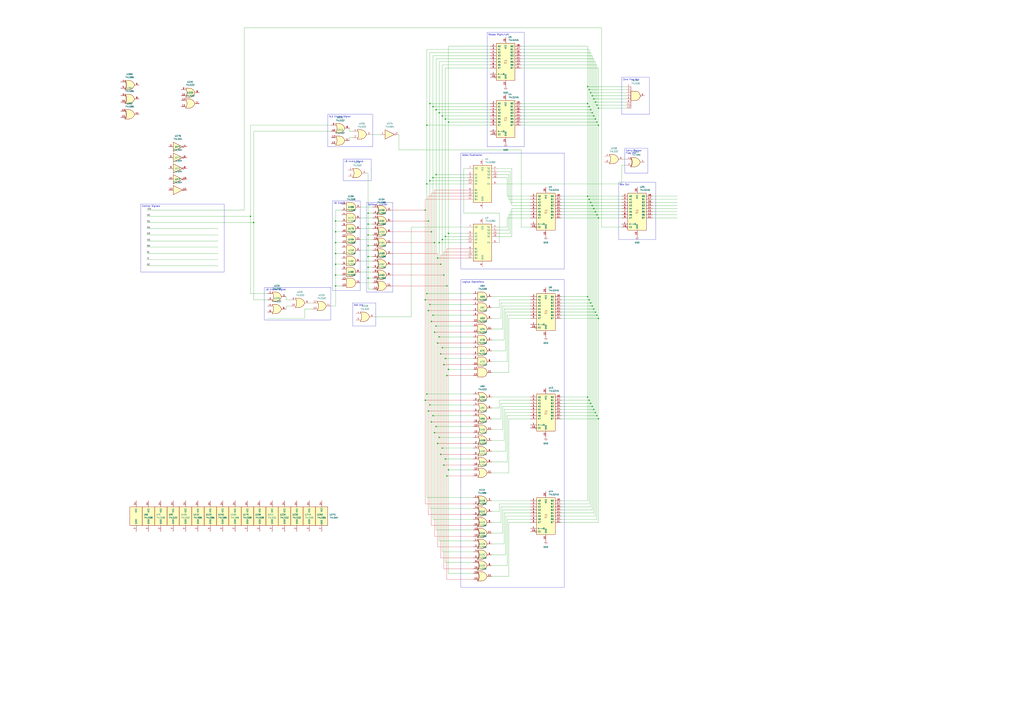
<source format=kicad_sch>
(kicad_sch (version 20231120) (generator "eeschema") (generator_version "8.0")
  (paper "A1")
  (junction (at 483.87 163.83))
  (junction (at 275.59 199.39))
  (junction (at 368.3 191.77))
  (junction (at 486.41 92.71))
  (junction (at 356.87 355.6))
  (junction (at 368.3 100.33))
  (junction (at 482.6 326.39))
  (junction (at 350.52 102.87))
  (junction (at 367.03 308.61))
  (junction (at 349.25 246.38))
  (junction (at 488.95 339.09))
  (junction (at 485.14 90.17))
  (junction (at 353.06 332.74))
  (junction (at 365.76 294.64))
  (junction (at 483.87 328.93))
  (junction (at 354.33 346.71))
  (junction (at 360.68 359.41))
  (junction (at 350.52 241.3))
  (junction (at 491.49 102.87))
  (junction (at 205.74 177.8))
  (junction (at 359.41 364.49))
  (junction (at 360.68 92.71))
  (junction (at 358.14 267.97))
  (junction (at 485.14 331.47))
  (junction (at 361.95 217.17))
  (junction (at 364.49 382.27))
  (junction (at 354.33 264.16))
  (junction (at 275.59 208.28))
  (junction (at 482.6 161.29))
  (junction (at 351.79 337.82))
  (junction (at 487.68 336.55))
  (junction (at 275.59 190.5))
  (junction (at 275.59 234.95))
  (junction (at 483.87 73.66))
  (junction (at 482.6 85.09))
  (junction (at 485.14 76.2))
  (junction (at 353.06 85.09))
  (junction (at 365.76 97.79))
  (junction (at 361.95 373.38))
  (junction (at 364.49 226.06))
  (junction (at 354.33 190.5))
  (junction (at 368.3 386.08))
  (junction (at 302.26 184.15))
  (junction (at 275.59 217.17))
  (junction (at 488.95 256.54))
  (junction (at 349.25 172.72))
  (junction (at 491.49 344.17))
  (junction (at 482.6 243.84))
  (junction (at 360.68 199.39))
  (junction (at 275.59 181.61))
  (junction (at 367.03 391.16))
  (junction (at 487.68 171.45))
  (junction (at 358.14 90.17))
  (junction (at 275.59 226.06))
  (junction (at 487.68 95.25))
  (junction (at 486.41 168.91))
  (junction (at 483.87 246.38))
  (junction (at 486.41 334.01))
  (junction (at 355.6 259.08))
  (junction (at 365.76 377.19))
  (junction (at 363.22 285.75))
  (junction (at 490.22 259.08))
  (junction (at 490.22 86.36))
  (junction (at 490.22 100.33))
  (junction (at 353.06 148.59))
  (junction (at 486.41 251.46))
  (junction (at 490.22 341.63))
  (junction (at 488.95 83.82))
  (junction (at 358.14 143.51))
  (junction (at 302.26 210.82))
  (junction (at 208.28 182.88))
  (junction (at 364.49 299.72))
  (junction (at 302.26 193.04))
  (junction (at 302.26 219.71))
  (junction (at 485.14 166.37))
  (junction (at 355.6 146.05))
  (junction (at 351.79 255.27))
  (junction (at 363.22 368.3))
  (junction (at 358.14 350.52))
  (junction (at 368.3 303.53))
  (junction (at 485.14 248.92))
  (junction (at 350.52 323.85))
  (junction (at 356.87 199.39))
  (junction (at 351.79 181.61))
  (junction (at 359.41 212.09))
  (junction (at 363.22 95.25))
  (junction (at 350.52 151.13))
  (junction (at 361.95 290.83))
  (junction (at 487.68 254))
  (junction (at 486.41 78.74))
  (junction (at 488.95 97.79))
  (junction (at 302.26 175.26))
  (junction (at 491.49 261.62))
  (junction (at 355.6 341.63))
  (junction (at 363.22 196.85))
  (junction (at 491.49 179.07))
  (junction (at 488.95 173.99))
  (junction (at 353.06 250.19))
  (junction (at 490.22 176.53))
  (junction (at 360.68 276.86))
  (junction (at 367.03 234.95))
  (junction (at 302.26 201.93))
  (junction (at 482.6 71.12))
  (junction (at 349.25 328.93))
  (junction (at 356.87 273.05))
  (junction (at 302.26 228.6))
  (junction (at 359.41 281.94))
  (junction (at 355.6 87.63))
  (junction (at 491.49 88.9))
  (junction (at 487.68 81.28))
  (junction (at 483.87 87.63))
  (junction (at 365.76 194.31))
  (wire (pts (xy 486.41 78.74) (xy 486.41 92.71)))
  (wire (pts (xy 483.87 73.66) (xy 483.87 87.63)))
  (wire (pts (xy 415.29 339.09) (xy 415.29 370.84)))
  (wire (pts (xy 408.94 194.31) (xy 420.37 194.31)))
  (wire (pts (xy 360.68 92.71) (xy 360.68 50.8)))
  (wire (pts (xy 383.54 194.31) (xy 365.76 194.31)))
  (wire (pts (xy 205.74 177.8) (xy 205.74 241.3)))
  (wire (pts (xy 427.99 43.18) (xy 485.14 43.18)))
  (wire (pts (xy 321.31 199.39) (xy 356.87 199.39)) (stroke (width 0) (color 194 0 0 1)))
  (wire (pts (xy 365.76 377.19) (xy 365.76 462.28)))
  (wire (pts (xy 363.22 285.75) (xy 363.22 368.3)))
  (wire (pts (xy 295.91 232.41) (xy 306.07 232.41)))
  (wire (pts (xy 287.02 113.03) (xy 287.02 115.57)))
  (wire (pts (xy 353.06 417.83) (xy 388.62 417.83)))
  (wire (pts (xy 388.62 308.61) (xy 367.03 308.61)) (stroke (width 0) (color 194 0 0 1)))
  (wire (pts (xy 355.6 87.63) (xy 402.59 87.63)))
  (wire (pts (xy 350.52 151.13) (xy 350.52 241.3)))
  (wire (pts (xy 427.99 85.09) (xy 482.6 85.09)))
  (wire (pts (xy 483.87 40.64) (xy 483.87 73.66)))
  (wire (pts (xy 461.01 176.53) (xy 490.22 176.53)))
  (wire (pts (xy 120.65 218.44) (xy 179.07 218.44)))
  (wire (pts (xy 205.74 102.87) (xy 271.78 102.87)))
  (wire (pts (xy 482.6 85.09) (xy 482.6 161.29)))
  (wire (pts (xy 535.94 161.29) (xy 556.26 161.29)))
  (wire (pts (xy 435.61 261.62) (xy 417.83 261.62)))
  (wire (pts (xy 383.54 199.39) (xy 360.68 199.39)))
  (wire (pts (xy 490.22 259.08) (xy 461.01 259.08)))
  (wire (pts (xy 361.95 458.47) (xy 388.62 458.47)) (stroke (width 0) (color 194 0 0 1)))
  (wire (pts (xy 365.76 55.88) (xy 402.59 55.88)))
  (wire (pts (xy 383.54 196.85) (xy 363.22 196.85)))
  (wire (pts (xy 349.25 328.93) (xy 388.62 328.93)) (stroke (width 0) (color 194 0 0 1)))
  (wire (pts (xy 427.99 55.88) (xy 491.49 55.88)))
  (wire (pts (xy 302.26 219.71) (xy 302.26 228.6)))
  (wire (pts (xy 411.48 416.56) (xy 411.48 429.26)))
  (wire (pts (xy 363.22 95.25) (xy 363.22 196.85)))
  (wire (pts (xy 358.14 143.51) (xy 358.14 267.97)))
  (wire (pts (xy 403.86 326.39) (xy 435.61 326.39)))
  (wire (pts (xy 488.95 97.79) (xy 488.95 83.82)))
  (wire (pts (xy 494.03 186.69) (xy 510.54 186.69)))
  (wire (pts (xy 511.81 130.81) (xy 514.35 130.81)))
  (wire (pts (xy 256.54 254) (xy 250.19 254)))
  (wire (pts (xy 349.25 172.72) (xy 349.25 246.38)) (stroke (width 0) (color 194 0 0 1)))
  (wire (pts (xy 280.67 208.28) (xy 275.59 208.28)))
  (wire (pts (xy 351.79 337.82) (xy 351.79 422.91)) (stroke (width 0) (color 194 0 0 1)))
  (wire (pts (xy 461.01 254) (xy 487.68 254)))
  (wire (pts (xy 461.01 168.91) (xy 486.41 168.91)))
  (wire (pts (xy 275.59 208.28) (xy 275.59 217.17)))
  (wire (pts (xy 417.83 344.17) (xy 417.83 388.62)))
  (wire (pts (xy 408.94 146.05) (xy 416.56 146.05)))
  (wire (pts (xy 383.54 204.47) (xy 367.03 204.47)) (stroke (width 0) (color 194 0 0 1)))
  (wire (pts (xy 254 248.92) (xy 256.54 248.92)))
  (wire (pts (xy 388.62 303.53) (xy 368.3 303.53)))
  (wire (pts (xy 383.54 207.01) (xy 364.49 207.01)) (stroke (width 0) (color 194 0 0 1)))
  (wire (pts (xy 302.26 175.26) (xy 302.26 184.15)))
  (wire (pts (xy 415.29 288.29) (xy 403.86 288.29)))
  (wire (pts (xy 353.06 85.09) (xy 353.06 148.59)))
  (wire (pts (xy 416.56 186.69) (xy 416.56 179.07)))
  (wire (pts (xy 350.52 102.87) (xy 350.52 40.64)))
  (wire (pts (xy 485.14 331.47) (xy 485.14 416.56)))
  (wire (pts (xy 435.61 168.91) (xy 420.37 168.91)))
  (wire (pts (xy 487.68 81.28) (xy 487.68 95.25)))
  (wire (pts (xy 403.86 297.18) (xy 416.56 297.18)))
  (wire (pts (xy 490.22 53.34) (xy 490.22 86.36)))
  (wire (pts (xy 416.56 464.82) (xy 416.56 426.72)))
  (wire (pts (xy 388.62 368.3) (xy 363.22 368.3)))
  (wire (pts (xy 351.79 422.91) (xy 388.62 422.91)) (stroke (width 0) (color 194 0 0 1)))
  (wire (pts (xy 483.87 40.64) (xy 427.99 40.64)))
  (wire (pts (xy 356.87 273.05) (xy 356.87 355.6)) (stroke (width 0) (color 194 0 0 1)))
  (wire (pts (xy 408.94 186.69) (xy 416.56 186.69)))
  (wire (pts (xy 408.94 189.23) (xy 417.83 189.23)))
  (wire (pts (xy 483.87 328.93) (xy 483.87 414.02)))
  (wire (pts (xy 490.22 426.72) (xy 461.01 426.72)))
  (wire (pts (xy 486.41 251.46) (xy 486.41 334.01)))
  (wire (pts (xy 208.28 182.88) (xy 208.28 107.95)))
  (wire (pts (xy 363.22 95.25) (xy 402.59 95.25)))
  (wire (pts (xy 306.07 201.93) (xy 302.26 201.93)))
  (wire (pts (xy 435.61 429.26) (xy 417.83 429.26)))
  (wire (pts (xy 403.86 420.37) (xy 410.21 420.37)))
  (wire (pts (xy 403.86 335.28) (xy 410.21 335.28)))
  (wire (pts (xy 383.54 186.69) (xy 337.82 186.69)))
  (wire (pts (xy 461.01 416.56) (xy 485.14 416.56)))
  (wire (pts (xy 321.31 190.5) (xy 354.33 190.5)) (stroke (width 0) (color 194 0 0 1)))
  (wire (pts (xy 302.26 193.04) (xy 302.26 201.93)))
  (wire (pts (xy 486.41 168.91) (xy 486.41 251.46)))
  (wire (pts (xy 402.59 48.26) (xy 358.14 48.26)))
  (wire (pts (xy 120.65 198.12) (xy 179.07 198.12)))
  (wire (pts (xy 306.07 193.04) (xy 302.26 193.04)))
  (wire (pts (xy 388.62 471.17) (xy 368.3 471.17)))
  (wire (pts (xy 365.76 294.64) (xy 388.62 294.64)))
  (wire (pts (xy 351.79 161.29) (xy 351.79 181.61)) (stroke (width 0) (color 194 0 0 1)))
  (wire (pts (xy 306.07 237.49) (xy 302.26 237.49)))
  (wire (pts (xy 356.87 199.39) (xy 356.87 273.05)) (stroke (width 0) (color 194 0 0 1)))
  (wire (pts (xy 415.29 455.93) (xy 403.86 455.93)))
  (wire (pts (xy 461.01 421.64) (xy 487.68 421.64)))
  (wire (pts (xy 383.54 156.21) (xy 356.87 156.21)) (stroke (width 0) (color 194 0 0 1)))
  (wire (pts (xy 403.86 361.95) (xy 414.02 361.95)))
  (wire (pts (xy 535.94 173.99) (xy 556.26 173.99)))
  (wire (pts (xy 488.95 339.09) (xy 488.95 424.18)))
  (wire (pts (xy 412.75 438.15) (xy 403.86 438.15)))
  (wire (pts (xy 327.66 123.19) (xy 327.66 110.49)))
  (wire (pts (xy 491.49 344.17) (xy 491.49 429.26)))
  (wire (pts (xy 383.54 146.05) (xy 355.6 146.05)))
  (wire (pts (xy 355.6 87.63) (xy 355.6 45.72)))
  (wire (pts (xy 355.6 426.72) (xy 388.62 426.72)))
  (wire (pts (xy 461.01 261.62) (xy 491.49 261.62)))
  (wire (pts (xy 120.65 182.88) (xy 208.28 182.88)))
  (wire (pts (xy 410.21 252.73) (xy 410.21 246.38)))
  (wire (pts (xy 208.28 246.38) (xy 219.71 246.38)))
  (wire (pts (xy 200.66 22.86) (xy 494.03 22.86)))
  (wire (pts (xy 535.94 166.37) (xy 556.26 166.37)))
  (wire (pts (xy 461.01 344.17) (xy 491.49 344.17)))
  (wire (pts (xy 415.29 256.54) (xy 415.29 288.29)))
  (wire (pts (xy 416.56 161.29) (xy 435.61 161.29)))
  (wire (pts (xy 361.95 290.83) (xy 388.62 290.83)) (stroke (width 0) (color 194 0 0 1)))
  (wire (pts (xy 306.07 184.15) (xy 302.26 184.15)))
  (wire (pts (xy 491.49 102.87) (xy 491.49 179.07)))
  (wire (pts (xy 388.62 453.39) (xy 363.22 453.39)))
  (wire (pts (xy 417.83 429.26) (xy 417.83 473.71)))
  (wire (pts (xy 535.94 168.91) (xy 556.26 168.91)))
  (wire (pts (xy 383.54 151.13) (xy 350.52 151.13)))
  (wire (pts (xy 349.25 414.02) (xy 388.62 414.02)) (stroke (width 0) (color 194 0 0 1)))
  (wire (pts (xy 351.79 181.61) (xy 351.79 255.27)) (stroke (width 0) (color 194 0 0 1)))
  (wire (pts (xy 321.31 172.72) (xy 349.25 172.72)) (stroke (width 0) (color 194 0 0 1)))
  (wire (pts (xy 408.94 143.51) (xy 417.83 143.51)))
  (wire (pts (xy 358.14 267.97) (xy 358.14 350.52)))
  (wire (pts (xy 461.01 424.18) (xy 488.95 424.18)))
  (wire (pts (xy 483.87 414.02) (xy 461.01 414.02)))
  (wire (pts (xy 361.95 217.17) (xy 361.95 290.83)) (stroke (width 0) (color 194 0 0 1)))
  (wire (pts (xy 487.68 48.26) (xy 487.68 81.28)))
  (wire (pts (xy 349.25 246.38) (xy 349.25 328.93)) (stroke (width 0) (color 194 0 0 1)))
  (wire (pts (xy 410.21 246.38) (xy 435.61 246.38)))
  (wire (pts (xy 487.68 171.45) (xy 487.68 254)))
  (wire (pts (xy 365.76 377.19) (xy 388.62 377.19)))
  (wire (pts (xy 510.54 151.13) (xy 510.54 135.89)))
  (wire (pts (xy 295.91 223.52) (xy 306.07 223.52)))
  (wire (pts (xy 280.67 199.39) (xy 275.59 199.39)))
  (wire (pts (xy 491.49 55.88) (xy 491.49 88.9)))
  (wire (pts (xy 535.94 176.53) (xy 556.26 176.53)))
  (wire (pts (xy 488.95 83.82) (xy 488.95 50.8)))
  (wire (pts (xy 490.22 341.63) (xy 490.22 426.72)))
  (wire (pts (xy 355.6 146.05) (xy 355.6 259.08)))
  (wire (pts (xy 427.99 100.33) (xy 490.22 100.33)))
  (wire (pts (xy 483.87 328.93) (xy 461.01 328.93)))
  (wire (pts (xy 358.14 90.17) (xy 402.59 90.17)))
  (wire (pts (xy 461.01 161.29) (xy 482.6 161.29)))
  (wire (pts (xy 295.91 179.07) (xy 306.07 179.07)))
  (wire (pts (xy 353.06 148.59) (xy 353.06 250.19)))
  (wire (pts (xy 361.95 373.38) (xy 361.95 458.47)) (stroke (width 0) (color 194 0 0 1)))
  (wire (pts (xy 461.01 411.48) (xy 482.6 411.48)))
  (wire (pts (xy 414.02 336.55) (xy 435.61 336.55)))
  (wire (pts (xy 461.01 166.37) (xy 485.14 166.37)))
  (wire (pts (xy 360.68 276.86) (xy 360.68 359.41)))
  (wire (pts (xy 417.83 176.53) (xy 435.61 176.53)))
  (wire (pts (xy 487.68 81.28) (xy 514.35 81.28)))
  (wire (pts (xy 360.68 276.86) (xy 388.62 276.86)))
  (wire (pts (xy 353.06 250.19) (xy 388.62 250.19)))
  (wire (pts (xy 490.22 86.36) (xy 514.35 86.36)))
  (wire (pts (xy 287.02 107.95) (xy 289.56 107.95)))
  (wire (pts (xy 363.22 368.3) (xy 363.22 453.39)))
  (wire (pts (xy 354.33 190.5) (xy 354.33 264.16)) (stroke (width 0) (color 194 0 0 1)))
  (wire (pts (xy 402.59 97.79) (xy 365.76 97.79)))
  (wire (pts (xy 488.95 50.8) (xy 427.99 50.8)))
  (wire (pts (xy 353.06 43.18) (xy 353.06 85.09)))
  (wire (pts (xy 355.6 341.63) (xy 355.6 426.72)))
  (wire (pts (xy 208.28 107.95) (xy 271.78 107.95)))
  (wire (pts (xy 485.14 166.37) (xy 510.54 166.37)))
  (wire (pts (xy 295.91 170.18) (xy 306.07 170.18)))
  (wire (pts (xy 367.03 308.61) (xy 367.03 234.95)) (stroke (width 0) (color 194 0 0 1)))
  (wire (pts (xy 383.54 163.83) (xy 349.25 163.83)) (stroke (width 0) (color 194 0 0 1)))
  (wire (pts (xy 417.83 143.51) (xy 417.83 163.83)))
  (wire (pts (xy 483.87 87.63) (xy 483.87 163.83)))
  (wire (pts (xy 435.61 424.18) (xy 415.29 424.18)))
  (wire (pts (xy 535.94 179.07) (xy 556.26 179.07)))
  (wire (pts (xy 383.54 161.29) (xy 351.79 161.29)) (stroke (width 0) (color 194 0 0 1)))
  (wire (pts (xy 205.74 241.3) (xy 219.71 241.3)))
  (wire (pts (xy 403.86 464.82) (xy 416.56 464.82)))
  (wire (pts (xy 350.52 241.3) (xy 388.62 241.3)))
  (wire (pts (xy 358.14 267.97) (xy 388.62 267.97)))
  (wire (pts (xy 487.68 95.25) (xy 487.68 171.45)))
  (wire (pts (xy 461.01 163.83) (xy 483.87 163.83)))
  (wire (pts (xy 435.61 186.69) (xy 427.99 186.69)))
  (wire (pts (xy 482.6 161.29) (xy 510.54 161.29)))
  (wire (pts (xy 381 175.26) (xy 410.21 175.26)))
  (wire (pts (xy 367.03 476.25) (xy 388.62 476.25)) (stroke (width 0) (color 194 0 0 1)))
  (wire (pts (xy 485.14 76.2) (xy 485.14 90.17)))
  (wire (pts (xy 250.19 254) (xy 250.19 261.62)))
  (wire (pts (xy 360.68 359.41) (xy 360.68 444.5)))
  (wire (pts (xy 337.82 186.69) (xy 337.82 260.35)))
  (wire (pts (xy 486.41 334.01) (xy 486.41 419.1)))
  (wire (pts (xy 302.26 175.26) (xy 302.26 142.24)))
  (wire (pts (xy 482.6 71.12) (xy 482.6 38.1)))
  (wire (pts (xy 321.31 181.61) (xy 351.79 181.61)) (stroke (width 0) (color 194 0 0 1)))
  (wire (pts (xy 302.26 201.93) (xy 302.26 210.82)))
  (wire (pts (xy 485.14 90.17) (xy 485.14 166.37)))
  (wire (pts (xy 408.94 140.97) (xy 419.1 140.97)))
  (wire (pts (xy 403.86 447.04) (xy 414.02 447.04)))
  (wire (pts (xy 420.37 138.43) (xy 408.94 138.43)))
  (wire (pts (xy 403.86 243.84) (xy 435.61 243.84)))
  (wire (pts (xy 412.75 353.06) (xy 403.86 353.06)))
  (wire (pts (xy 486.41 419.1) (xy 461.01 419.1)))
  (wire (pts (xy 414.02 447.04) (xy 414.02 421.64)))
  (wire (pts (xy 360.68 359.41) (xy 388.62 359.41)))
  (wire (pts (xy 485.14 166.37) (xy 485.14 248.92)))
  (wire (pts (xy 416.56 179.07) (xy 435.61 179.07)))
  (wire (pts (xy 535.94 171.45) (xy 556.26 171.45)))
  (wire (pts (xy 435.61 416.56) (xy 411.48 416.56)))
  (wire (pts (xy 350.52 102.87) (xy 350.52 151.13)))
  (wire (pts (xy 306.07 175.26) (xy 302.26 175.26)))
  (wire (pts (xy 435.61 334.01) (xy 412.75 334.01)))
  (wire (pts (xy 280.67 190.5) (xy 275.59 190.5)))
  (wire (pts (xy 410.21 175.26) (xy 410.21 199.39)))
  (wire (pts (xy 482.6 326.39) (xy 482.6 411.48)))
  (wire (pts (xy 365.76 462.28) (xy 388.62 462.28)))
  (wire (pts (xy 419.1 173.99) (xy 419.1 191.77)))
  (wire (pts (xy 364.49 382.27) (xy 364.49 467.36)) (stroke (width 0) (color 194 0 0 1)))
  (wire (pts (xy 461.01 326.39) (xy 482.6 326.39)))
  (wire (pts (xy 427.99 102.87) (xy 491.49 102.87)))
  (wire (pts (xy 356.87 440.69) (xy 388.62 440.69)) (stroke (width 0) (color 194 0 0 1)))
  (wire (pts (xy 419.1 191.77) (xy 408.94 191.77)))
  (wire (pts (xy 367.03 234.95) (xy 367.03 204.47)) (stroke (width 0) (color 194 0 0 1)))
  (wire (pts (xy 275.59 172.72) (xy 275.59 181.61)))
  (wire (pts (xy 363.22 285.75) (xy 363.22 196.85)))
  (wire (pts (xy 353.06 332.74) (xy 388.62 332.74)))
  (wire (pts (xy 414.02 421.64) (xy 435.61 421.64)))
  (wire (pts (xy 485.14 248.92) (xy 485.14 331.47)))
  (wire (pts (xy 120.65 177.8) (xy 205.74 177.8)))
  (wire (pts (xy 514.35 76.2) (xy 485.14 76.2)))
  (wire (pts (xy 483.87 163.83) (xy 483.87 246.38)))
  (wire (pts (xy 461.01 171.45) (xy 487.68 171.45)))
  (wire (pts (xy 120.65 193.04) (xy 179.07 193.04)))
  (wire (pts (xy 356.87 355.6) (xy 388.62 355.6)) (stroke (width 0) (color 194 0 0 1)))
  (wire (pts (xy 321.31 234.95) (xy 367.03 234.95)) (stroke (width 0) (color 194 0 0 1)))
  (wire (pts (xy 435.61 419.1) (xy 412.75 419.1)))
  (wire (pts (xy 419.1 140.97) (xy 419.1 166.37)))
  (wire (pts (xy 280.67 217.17) (xy 275.59 217.17)))
  (wire (pts (xy 365.76 194.31) (xy 365.76 294.64)))
  (wire (pts (xy 354.33 431.8) (xy 388.62 431.8)) (stroke (width 0) (color 194 0 0 1)))
  (wire (pts (xy 461.01 429.26) (xy 491.49 429.26)))
  (wire (pts (xy 351.79 337.82) (xy 388.62 337.82)) (stroke (width 0) (color 194 0 0 1)))
  (wire (pts (xy 368.3 100.33) (xy 368.3 38.1)))
  (wire (pts (xy 351.79 255.27) (xy 388.62 255.27)) (stroke (width 0) (color 194 0 0 1)))
  (wire (pts (xy 427.99 53.34) (xy 490.22 53.34)))
  (wire (pts (xy 412.75 251.46) (xy 412.75 270.51)))
  (wire (pts (xy 359.41 281.94) (xy 359.41 364.49)) (stroke (width 0) (color 194 0 0 1)))
  (wire (pts (xy 360.68 444.5) (xy 388.62 444.5)))
  (wire (pts (xy 356.87 273.05) (xy 388.62 273.05)) (stroke (width 0) (color 194 0 0 1)))
  (wire (pts (xy 427.99 48.26) (xy 487.68 48.26)))
  (wire (pts (xy 208.28 182.88) (xy 208.28 246.38)))
  (wire (pts (xy 365.76 97.79) (xy 365.76 194.31)))
  (wire (pts (xy 490.22 86.36) (xy 490.22 100.33)))
  (wire (pts (xy 420.37 168.91) (xy 420.37 138.43)))
  (wire (pts (xy 200.66 22.86) (xy 200.66 172.72)))
  (wire (pts (xy 414.02 361.95) (xy 414.02 336.55)))
  (wire (pts (xy 354.33 264.16) (xy 354.33 346.71)) (stroke (width 0) (color 194 0 0 1)))
  (wire (pts (xy 535.94 163.83) (xy 556.26 163.83)))
  (wire (pts (xy 491.49 261.62) (xy 491.49 344.17)))
  (wire (pts (xy 403.86 252.73) (xy 410.21 252.73)))
  (wire (pts (xy 275.59 226.06) (xy 280.67 226.06)))
  (wire (pts (xy 120.65 213.36) (xy 179.07 213.36)))
  (wire (pts (xy 491.49 179.07) (xy 510.54 179.07)))
  (wire (pts (xy 486.41 334.01) (xy 461.01 334.01)))
  (wire (pts (xy 321.31 208.28) (xy 359.41 208.28)) (stroke (width 0) (color 194 0 0 1)))
  (wire (pts (xy 383.54 212.09) (xy 359.41 212.09)) (stroke (width 0) (color 194 0 0 1)))
  (wire (pts (xy 490.22 100.33) (xy 490.22 176.53)))
  (wire (pts (xy 350.52 408.94) (xy 388.62 408.94)))
  (wire (pts (xy 354.33 158.75) (xy 354.33 190.5)) (stroke (width 0) (color 194 0 0 1)))
  (wire (pts (xy 359.41 281.94) (xy 388.62 281.94)) (stroke (width 0) (color 194 0 0 1)))
  (wire (pts (xy 487.68 171.45) (xy 510.54 171.45)))
  (wire (pts (xy 358.14 350.52) (xy 358.14 435.61)))
  (wire (pts (xy 368.3 100.33) (xy 368.3 191.77)))
  (wire (pts (xy 417.83 388.62) (xy 403.86 388.62)))
  (wire (pts (xy 120.65 172.72) (xy 200.66 172.72)))
  (wire (pts (xy 483.87 73.66) (xy 514.35 73.66)))
  (wire (pts (xy 354.33 264.16) (xy 388.62 264.16)) (stroke (width 0) (color 194 0 0 1)))
  (wire (pts (xy 461.01 179.07) (xy 491.49 179.07)))
  (wire (pts (xy 359.41 364.49) (xy 359.41 449.58)) (stroke (width 0) (color 194 0 0 1)))
  (wire (pts (xy 360.68 199.39) (xy 360.68 276.86)))
  (wire (pts (xy 486.41 45.72) (xy 486.41 78.74)))
  (wire (pts (xy 420.37 171.45) (xy 435.61 171.45)))
  (wire (pts (xy 359.41 364.49) (xy 388.62 364.49)) (stroke (width 0) (color 194 0 0 1)))
  (wire (pts (xy 363.22 53.34) (xy 363.22 95.25)))
  (wire (pts (xy 388.62 285.75) (xy 363.22 285.75)))
  (wire (pts (xy 483.87 246.38) (xy 461.01 246.38)))
  (wire (pts (xy 358.14 143.51) (xy 383.54 143.51)))
  (wire (pts (xy 358.14 90.17) (xy 358.14 143.51)))
  (wire (pts (xy 234.95 254) (xy 234.95 251.46)))
  (wire (pts (xy 490.22 176.53) (xy 510.54 176.53)))
  (wire (pts (xy 304.8 110.49) (xy 312.42 110.49)))
  (wire (pts (xy 359.41 212.09) (xy 359.41 281.94)) (stroke (width 0) (color 194 0 0 1)))
  (wire (pts (xy 383.54 148.59) (xy 353.06 148.59)))
  (wire (pts (xy 295.91 205.74) (xy 306.07 205.74)))
  (wire (pts (xy 358.14 48.26) (xy 358.14 90.17)))
  (wire (pts (xy 302.26 210.82) (xy 302.26 219.71)))
  (wire (pts (xy 488.95 173.99) (xy 488.95 256.54)))
  (wire (pts (xy 416.56 297.18) (xy 416.56 259.08)))
  (wire (pts (xy 349.25 163.83) (xy 349.25 172.72)) (stroke (width 0) (color 194 0 0 1)))
  (wire (pts (xy 295.91 214.63) (xy 306.07 214.63)))
  (wire (pts (xy 410.21 420.37) (xy 410.21 414.02)))
  (wire (pts (xy 427.99 186.69) (xy 427.99 123.19)))
  (wire (pts (xy 275.59 217.17) (xy 275.59 226.06)))
  (wire (pts (xy 275.59 181.61) (xy 275.59 190.5)))
  (wire (pts (xy 349.25 328.93) (xy 349.25 414.02)) (stroke (width 0) (color 194 0 0 1)))
  (wire (pts (xy 360.68 50.8) (xy 402.59 50.8)))
  (wire (pts (xy 403.86 379.73) (xy 416.56 379.73)))
  (wire (pts (xy 488.95 83.82) (xy 514.35 83.82)))
  (wire (pts (xy 383.54 191.77) (xy 368.3 191.77)))
  (wire (pts (xy 485.14 43.18) (xy 485.14 76.2)))
  (wire (pts (xy 410.21 414.02) (xy 435.61 414.02)))
  (wire (pts (xy 358.14 435.61) (xy 388.62 435.61)))
  (wire (pts (xy 306.07 228.6) (xy 302.26 228.6)))
  (wire (pts (xy 368.3 100.33) (xy 402.59 100.33)))
  (wire (pts (xy 402.59 43.18) (xy 353.06 43.18)))
  (wire (pts (xy 414.02 279.4) (xy 414.02 254)))
  (wire (pts (xy 416.56 426.72) (xy 435.61 426.72)))
  (wire (pts (xy 410.21 328.93) (xy 435.61 328.93)))
  (wire (pts (xy 205.74 177.8) (xy 205.74 102.87)))
  (wire (pts (xy 359.41 449.58) (xy 388.62 449.58)) (stroke (width 0) (color 194 0 0 1)))
  (wire (pts (xy 275.59 226.06) (xy 275.59 234.95)))
  (wire (pts (xy 350.52 102.87) (xy 402.59 102.87)))
  (wire (pts (xy 350.52 241.3) (xy 350.52 323.85)))
  (wire (pts (xy 461.01 339.09) (xy 488.95 339.09)))
  (wire (pts (xy 365.76 294.64) (xy 365.76 377.19)))
  (wire (pts (xy 234.95 251.46) (xy 238.76 251.46)))
  (wire (pts (xy 368.3 303.53) (xy 368.3 191.77)))
  (wire (pts (xy 289.56 113.03) (xy 287.02 113.03)))
  (wire (pts (xy 487.68 336.55) (xy 487.68 421.64)))
  (wire (pts (xy 280.67 172.72) (xy 275.59 172.72)))
  (wire (pts (xy 361.95 290.83) (xy 361.95 373.38)) (stroke (width 0) (color 194 0 0 1)))
  (wire (pts (xy 354.33 346.71) (xy 388.62 346.71)) (stroke (width 0) (color 194 0 0 1)))
  (wire (pts (xy 482.6 161.29) (xy 482.6 243.84)))
  (wire (pts (xy 435.61 331.47) (xy 411.48 331.47)))
  (wire (pts (xy 486.41 92.71) (xy 486.41 168.91)))
  (wire (pts (xy 411.48 261.62) (xy 403.86 261.62)))
  (wire (pts (xy 488.95 173.99) (xy 510.54 173.99)))
  (wire (pts (xy 306.07 210.82) (xy 302.26 210.82)))
  (wire (pts (xy 490.22 341.63) (xy 461.01 341.63)))
  (wire (pts (xy 412.75 419.1) (xy 412.75 438.15)))
  (wire (pts (xy 491.49 88.9) (xy 514.35 88.9)))
  (wire (pts (xy 295.91 196.85) (xy 306.07 196.85)))
  (wire (pts (xy 358.14 350.52) (xy 388.62 350.52)))
  (wire (pts (xy 349.25 246.38) (xy 388.62 246.38)) (stroke (width 0) (color 194 0 0 1)))
  (wire (pts (xy 408.94 151.13) (xy 510.54 151.13)))
  (wire (pts (xy 364.49 299.72) (xy 364.49 382.27)) (stroke (width 0) (color 194 0 0 1)))
  (wire (pts (xy 364.49 226.06) (xy 364.49 299.72)) (stroke (width 0) (color 194 0 0 1)))
  (wire (pts (xy 482.6 85.09) (xy 482.6 71.12)))
  (wire (pts (xy 416.56 341.63) (xy 435.61 341.63)))
  (wire (pts (xy 337.82 260.35) (xy 307.34 260.35)))
  (wire (pts (xy 364.49 299.72) (xy 388.62 299.72)) (stroke (width 0) (color 194 0 0 1)))
  (wire (pts (xy 364.49 207.01) (xy 364.49 226.06)) (stroke (width 0) (color 194 0 0 1)))
  (wire (pts (xy 368.3 38.1) (xy 402.59 38.1)))
  (wire (pts (xy 461.01 243.84) (xy 482.6 243.84)))
  (wire (pts (xy 364.49 382.27) (xy 388.62 382.27)) (stroke (width 0) (color 194 0 0 1)))
  (wire (pts (xy 355.6 259.08) (xy 355.6 341.63)))
  (wire (pts (xy 120.65 208.28) (xy 179.07 208.28)))
  (wire (pts (xy 490.22 259.08) (xy 490.22 341.63)))
  (wire (pts (xy 412.75 270.51) (xy 403.86 270.51)))
  (wire (pts (xy 410.21 199.39) (xy 408.94 199.39)))
  (wire (pts (xy 275.59 199.39) (xy 275.59 208.28)))
  (wire (pts (xy 354.33 431.8) (xy 354.33 346.71)) (stroke (width 0) (color 194 0 0 1)))
  (wire (pts (xy 364.49 467.36) (xy 388.62 467.36)) (stroke (width 0) (color 194 0 0 1)))
  (wire (pts (xy 417.83 189.23) (xy 417.83 176.53)))
  (wire (pts (xy 427.99 123.19) (xy 327.66 123.19)))
  (wire (pts (xy 368.3 303.53) (xy 368.3 386.08)))
  (wire (pts (xy 383.54 209.55) (xy 361.95 209.55)) (stroke (width 0) (color 194 0 0 1)))
  (wire (pts (xy 482.6 243.84) (xy 482.6 326.39)))
  (wire (pts (xy 435.61 256.54) (xy 415.29 256.54)))
  (wire (pts (xy 355.6 45.72) (xy 402.59 45.72)))
  (wire (pts (xy 416.56 379.73) (xy 416.56 341.63)))
  (wire (pts (xy 356.87 156.21) (xy 356.87 199.39)) (stroke (width 0) (color 194 0 0 1)))
  (wire (pts (xy 353.06 250.19) (xy 353.06 332.74)))
  (wire (pts (xy 415.29 370.84) (xy 403.86 370.84)))
  (wire (pts (xy 355.6 259.08) (xy 388.62 259.08)))
  (wire (pts (xy 359.41 208.28) (xy 359.41 212.09)) (stroke (width 0) (color 194 0 0 1)))
  (wire (pts (xy 234.95 246.38) (xy 238.76 246.38)))
  (wire (pts (xy 412.75 334.01) (xy 412.75 353.06)))
  (wire (pts (xy 411.48 248.92) (xy 411.48 261.62)))
  (wire (pts (xy 367.03 391.16) (xy 367.03 476.25)) (stroke (width 0) (color 194 0 0 1)))
  (wire (pts (xy 483.87 163.83) (xy 510.54 163.83)))
  (wire (pts (xy 388.62 386.08) (xy 368.3 386.08)))
  (wire (pts (xy 419.1 166.37) (xy 435.61 166.37)))
  (wire (pts (xy 417.83 473.71) (xy 403.86 473.71)))
  (wire (pts (xy 427.99 97.79) (xy 488.95 97.79)))
  (wire (pts (xy 411.48 344.17) (xy 403.86 344.17)))
  (wire (pts (xy 403.86 411.48) (xy 435.61 411.48)))
  (wire (pts (xy 411.48 429.26) (xy 403.86 429.26)))
  (wire (pts (xy 417.83 306.07) (xy 403.86 306.07)))
  (wire (pts (xy 351.79 255.27) (xy 351.79 337.82)) (stroke (width 0) (color 194 0 0 1)))
  (wire (pts (xy 420.37 194.31) (xy 420.37 171.45)))
  (wire (pts (xy 403.86 279.4) (xy 414.02 279.4)))
  (wire (pts (xy 488.95 256.54) (xy 488.95 339.09)))
  (wire (pts (xy 417.83 163.83) (xy 435.61 163.83)))
  (wire (pts (xy 367.03 391.16) (xy 388.62 391.16)) (stroke (width 0) (color 194 0 0 1)))
  (wire (pts (xy 381 175.26) (xy 381 138.43)))
  (wire (pts (xy 410.21 335.28) (xy 410.21 328.93)))
  (wire (pts (xy 356.87 355.6) (xy 356.87 440.69)) (stroke (width 0) (color 194 0 0 1)))
  (wire (pts (xy 427.99 95.25) (xy 487.68 95.25)))
  (wire (pts (xy 417.83 261.62) (xy 417.83 306.07)))
  (wire (pts (xy 381 138.43) (xy 383.54 138.43)))
  (wire (pts (xy 427.99 92.71) (xy 486.41 92.71)))
  (wire (pts (xy 350.52 323.85) (xy 388.62 323.85)))
  (wire (pts (xy 487.68 254) (xy 487.68 336.55)))
  (wire (pts (xy 461.01 256.54) (xy 488.95 256.54)))
  (wire (pts (xy 491.49 88.9) (xy 491.49 102.87)))
  (wire (pts (xy 275.59 234.95) (xy 280.67 234.95)))
  (wire (pts (xy 350.52 40.64) (xy 402.59 40.64)))
  (wire (pts (xy 295.91 187.96) (xy 306.07 187.96)))
  (wire (pts (xy 510.54 135.89) (xy 514.35 135.89)))
  (wire (pts (xy 219.71 261.62) (xy 250.19 261.62)))
  (wire (pts (xy 435.61 339.09) (xy 415.29 339.09)))
  (wire (pts (xy 234.95 243.84) (xy 234.95 246.38)))
  (wire (pts (xy 491.49 179.07) (xy 491.49 261.62)))
  (wire (pts (xy 435.61 248.92) (xy 411.48 248.92)))
  (wire (pts (xy 302.26 184.15) (xy 302.26 193.04)))
  (wire (pts (xy 355.6 87.63) (xy 355.6 146.05)))
  (wire (pts (xy 416.56 161.29) (xy 416.56 146.05)))
  (wire (pts (xy 427.99 90.17) (xy 485.14 90.17)))
  (wire (pts (xy 402.59 85.09) (xy 353.06 85.09)))
  (wire (pts (xy 435.61 173.99) (xy 419.1 173.99)))
  (wire (pts (xy 368.3 386.08) (xy 368.3 471.17)))
  (wire (pts (xy 415.29 424.18) (xy 415.29 455.93)))
  (wire (pts (xy 287.02 105.41) (xy 287.02 107.95)))
  (wire (pts (xy 120.65 203.2) (xy 179.07 203.2)))
  (wire (pts (xy 427.99 87.63) (xy 483.87 87.63)))
  (wire (pts (xy 350.52 323.85) (xy 350.52 408.94)))
  (wire (pts (xy 461.01 331.47) (xy 485.14 331.47)))
  (wire (pts (xy 120.65 187.96) (xy 179.07 187.96)))
  (wire (pts (xy 488.95 97.79) (xy 488.95 173.99)))
  (wire (pts (xy 427.99 45.72) (xy 486.41 45.72)))
  (wire (pts (xy 321.31 226.06) (xy 364.49 226.06)) (stroke (width 0) (color 194 0 0 1)))
  (wire (pts (xy 355.6 341.63) (xy 388.62 341.63)))
  (wire (pts (xy 360.68 92.71) (xy 360.68 199.39)))
  (wire (pts (xy 306.07 219.71) (xy 302.26 219.71)))
  (wire (pts (xy 302.26 228.6) (xy 302.26 237.49)))
  (wire (pts (xy 275.59 190.5) (xy 275.59 199.39)))
  (wire (pts (xy 486.41 251.46) (xy 461.01 251.46)))
  (wire (pts (xy 271.78 251.46) (xy 275.59 251.46)))
  (wire (pts (xy 482.6 38.1) (xy 427.99 38.1)))
  (wire (pts (xy 416.56 259.08) (xy 435.61 259.08)))
  (wire (pts (xy 486.41 168.91) (xy 510.54 168.91)))
  (wire (pts (xy 435.61 344.17) (xy 417.83 344.17)))
  (wire (pts (xy 461.01 336.55) (xy 487.68 336.55)))
  (wire (pts (xy 361.95 373.38) (xy 388.62 373.38)) (stroke (width 0) (color 194 0 0 1)))
  (wire (pts (xy 494.03 22.86) (xy 494.03 186.69)))
  (wire (pts (xy 383.54 158.75) (xy 354.33 158.75)) (stroke (width 0) (color 194 0 0 1)))
  (wire (pts (xy 361.95 209.55) (xy 361.95 217.17)) (stroke (width 0) (color 194 0 0 1)))
  (wire (pts (xy 275.59 251.46) (xy 275.59 234.95)))
  (wire (pts (xy 402.59 53.34) (xy 363.22 53.34)))
  (wire (pts (xy 321.31 217.17) (xy 361.95 217.17)) (stroke (width 0) (color 194 0 0 1)))
  (wire (pts (xy 367.03 391.16) (xy 367.03 308.61)) (stroke (width 0) (color 194 0 0 1)))
  (wire (pts (xy 365.76 97.79) (xy 365.76 55.88)))
  (wire (pts (xy 300.99 142.24) (xy 302.26 142.24)))
  (wire (pts (xy 353.06 332.74) (xy 353.06 417.83)))
  (wire (pts (xy 411.48 331.47) (xy 411.48 344.17)))
  (wire (pts (xy 461.01 173.99) (xy 488.95 173.99)))
  (wire (pts (xy 483.87 246.38) (xy 483.87 328.93)))
  (wire (pts (xy 360.68 92.71) (xy 402.59 92.71)))
  (wire (pts (xy 482.6 71.12) (xy 514.35 71.12)))
  (wire (pts (xy 486.41 78.74) (xy 514.35 78.74)))
  (wire (pts (xy 461.01 248.92) (xy 485.14 248.92)))
  (wire (pts (xy 490.22 176.53) (xy 490.22 259.08)))
  (wire (pts (xy 414.02 254) (xy 435.61 254)))
  (wire (pts (xy 435.61 251.46) (xy 412.75 251.46)))
  (wire (pts (xy 280.67 181.61) (xy 275.59 181.61)))
  (text_box "Optional Inverter\n" (at 300.99 166.37 0) (size 21.59 73.66) (effects (font (size 1.27 1.27)) (justify left top)))
  (text_box "Add one" (at 289.56 248.92 0) (size 19.05 19.05) (effects (font (size 1.27 1.27)) (justify left top)))
  (text_box "LB Enable\n" (at 273.05 165.1 0) (size 22.86 73.66) (effects (font (size 1.27 1.27)) (justify left top)))
  (text_box "Carry/Borrow Flag Out" (at 513.08 121.92 0) (size 19.05 20.32) (effects (font (size 1.27 1.27)) (justify left top)))
  (text_box "Adder/Subtractor" (at 378.46 125.73 0) (size 85.09 95.25) (effects (font (size 1.27 1.27)) (justify left top)))
  (text_box "LB Enable Signal\n" (at 217.17 236.22 0) (size 54.61 26.67) (effects (font (size 1.27 1.27)) (justify left top)))
  (text_box "ALU Enable Signal" (at 269.24 93.98 0) (size 36.83 26.67) (effects (font (size 1.27 1.27)) (justify left top)))
  (text_box "Logical Operations\n" (at 378.46 229.87 0) (size 85.09 252.73) (effects (font (size 1.27 1.27)) (justify left top)))
  (text_box "Zero Flag Out" (at 510.54 63.5 0) (size 22.86 30.48) (effects (font (size 1.27 1.27)) (justify left top)))
  (text_box "LB Invert Signal" (at 281.94 130.81 0) (size 22.86 17.78) (effects (font (size 1.27 1.27)) (justify left top)))
  (text_box "Control Signals\n" (at 115.57 167.64 0) (size 68.58 55.88) (effects (font (size 1.27 1.27)) (justify left top)))
  (text_box "Bus Out\n" (at 508 149.86 0) (size 30.48 46.99) (effects (font (size 1.27 1.27)) (justify left top)))
  (text_box "Rotate Right/Left" (at 400.05 26.67 0) (size 30.48 93.98) (effects (font (size 1.27 1.27)) (justify left top)))
  (label "IC" (at 120.65 213.36 0))
  (label "AD" (at 120.65 177.8 0))
  (label "OR" (at 120.65 193.04 0))
  (label "SU" (at 120.65 182.88 0))
  (label "RR" (at 120.65 203.2 0))
  (label "AN" (at 120.65 187.96 0))
  (label "XO" (at 120.65 198.12 0))
  (label "DC" (at 120.65 218.44 0))
  (label "RL" (at 120.65 208.28 0))
  (label "~EN" (at 120.65 172.72 0))
  (symbol (lib_id "74xx:74LS08") (at 396.24 279.4 0) (unit 1)
    (property "Reference" "U7" (at 396.2317 270.51 0))
    (property "Value" "74LS08" (at 396.2317 273.05 0))
    (property "Datasheet" "http://www.ti.com/lit/gpn/sn74LS08" (effects (hide yes)))
    (property "Description" "Quad And2" (effects (hide yes)))
  )
  (symbol (lib_id "74xx:74LS86") (at 106.68 81.28 0) (unit 3)
    (property "Reference" "U26" (at 106.3752 72.39 0))
    (property "Value" "74LS86" (at 106.3752 74.93 0))
    (property "Footprint" "Package_DIP:DIP-14_W7.62mm_Socket_LongPads" (effects (hide yes)))
    (property "Datasheet" "74xx/74ls86.pdf" (effects (hide yes)))
    (property "Description" "Quad 2-input XOR" (effects (hide yes)))
  )
  (symbol (lib_id "74xx:74LS86") (at 313.69 181.61 0) (unit 2)
    (property "Reference" "U15" (at 313.3852 172.72 0))
    (property "Value" "74LS86" (at 313.3852 175.26 0))
    (property "Footprint" "Package_DIP:DIP-14_W7.62mm_Socket_LongPads" (effects (hide yes)))
    (property "Datasheet" "74xx/74ls86.pdf" (effects (hide yes)))
    (property "Description" "Quad 2-input XOR" (effects (hide yes)))
  )
  (symbol (lib_id "74xx:74LS86") (at 396.24 438.15 0) (unit 4)
    (property "Reference" "U11" (at 395.9352 429.26 0))
    (property "Value" "74LS86" (at 395.9352 431.8 0))
    (property "Footprint" "Package_DIP:DIP-14_W7.62mm_Socket_LongPads" (effects (hide yes)))
    (property "Datasheet" "74xx/74ls86.pdf" (effects (hide yes)))
    (property "Description" "Quad 2-input XOR" (effects (hide yes)))
  )
  (symbol (lib_id "74xx:74LS86") (at 313.69 199.39 0) (unit 4)
    (property "Reference" "U15" (at 313.3852 190.5 0))
    (property "Value" "74LS86" (at 313.3852 193.04 0))
    (property "Footprint" "Package_DIP:DIP-14_W7.62mm_Socket_LongPads" (effects (hide yes)))
    (property "Datasheet" "74xx/74ls86.pdf" (effects (hide yes)))
    (property "Description" "Quad 2-input XOR" (effects (hide yes)))
  )
  (symbol (lib_id "74xx:74LS245") (at 448.31 339.09 0) (unit 1)
    (property "Reference" "U13" (at 450.5041 318.77 0) (effects (justify left)))
    (property "Value" "74LS245" (at 450.5041 321.31 0) (effects (justify left)))
    (property "Footprint" "Package_DIP:DIP-20_W7.62mm_Socket_LongPads" (effects (hide yes)))
    (property "Datasheet" "http://www.ti.com/lit/gpn/sn74LS245" (effects (hide yes)))
    (property "Description" "Octal BUS Transceivers, 3-State outputs" (effects (hide yes)))
  )
  (symbol (lib_id "74xx:74LS08") (at 121.92 424.18 0) (unit 5)
    (property "Reference" "U7" (at 128.27 422.9099 0) (effects (justify left)))
    (property "Value" "74LS08" (at 128.27 425.4499 0) (effects (justify left)))
    (property "Datasheet" "http://www.ti.com/lit/gpn/sn74LS08" (effects (hide yes)))
    (property "Description" "Quad And2" (effects (hide yes)))
  )
  (symbol (lib_id "74xx:74LS32") (at 396.24 344.17 0) (unit 3)
    (property "Reference" "U9" (at 396.24 335.28 0))
    (property "Value" "74LS32" (at 396.24 337.82 0))
    (property "Footprint" "Package_DIP:DIP-14_W7.62mm_Socket_LongPads" (effects (hide yes)))
    (property "Datasheet" "http://www.ti.com/lit/gpn/sn74LS32" (effects (hide yes)))
    (property "Description" "Quad 2-input OR" (effects (hide yes)))
  )
  (symbol (lib_id "74xx:74LS86") (at 313.69 217.17 0) (unit 2)
    (property "Reference" "U16" (at 313.3852 208.28 0))
    (property "Value" "74LS86" (at 313.3852 210.82 0))
    (property "Datasheet" "74xx/74ls86.pdf" (effects (hide yes)))
    (property "Description" "Quad 2-input XOR" (effects (hide yes)))
  )
  (symbol (lib_id "74xx:74LS08") (at 111.76 424.18 0) (unit 5)
    (property "Reference" "U6" (at 118.11 422.9099 0) (effects (justify left)))
    (property "Value" "74LS08" (at 118.11 425.4499 0) (effects (justify left)))
    (property "Footprint" "Package_DIP:DIP-14_W7.62mm_Socket_LongPads" (effects (hide yes)))
    (property "Datasheet" "http://www.ti.com/lit/gpn/sn74LS08" (effects (hide yes)))
    (property "Description" "Quad And2" (effects (hide yes)))
  )
  (symbol (lib_id "74xx:74LS08") (at 193.04 424.18 0) (unit 5)
    (property "Reference" "U17" (at 199.39 422.9099 0) (effects (justify left)))
    (property "Value" "74LS08" (at 199.39 425.4499 0) (effects (justify left)))
    (property "Datasheet" "http://www.ti.com/lit/gpn/sn74LS08" (effects (hide yes)))
    (property "Description" "Quad And2" (effects (hide yes)))
  )
  (symbol (lib_id "74xx:74LS30") (at 243.84 424.18 0) (unit 2)
    (property "Reference" "U24" (at 250.19 422.9099 0) (effects (justify left)))
    (property "Value" "74LS30" (at 250.19 425.4499 0) (effects (justify left)))
    (property "Datasheet" "http://www.ti.com/lit/gpn/sn74LS30" (effects (hide yes)))
    (property "Description" "8-input NAND" (effects (hide yes)))
  )
  (symbol (lib_id "74xx:74LS04") (at 146.05 120.65 0) (unit 2)
    (property "Reference" "U27" (at 146.05 111.76 0))
    (property "Value" "74LS04" (at 146.05 114.3 0))
    (property "Datasheet" "http://www.ti.com/lit/gpn/sn74LS04" (effects (hide yes)))
    (property "Description" "Hex Inverter" (effects (hide yes)))
  )
  (symbol (lib_id "74xx:74LS86") (at 106.68 69.85 0) (unit 2)
    (property "Reference" "U26" (at 106.3752 60.96 0))
    (property "Value" "74LS86" (at 106.3752 63.5 0))
    (property "Footprint" "Package_DIP:DIP-14_W7.62mm_Socket_LongPads" (effects (hide yes)))
    (property "Datasheet" "74xx/74ls86.pdf" (effects (hide yes)))
    (property "Description" "Quad 2-input XOR" (effects (hide yes)))
  )
  (symbol (lib_id "74xx:74LS283") (at 396.24 151.13 0) (unit 1)
    (property "Reference" "U1" (at 398.4341 130.81 0) (effects (justify left)))
    (property "Value" "74LS283" (at 398.4341 133.35 0) (effects (justify left)))
    (property "Footprint" "Package_DIP:DIP-16_W7.62mm_Socket_LongPads" (effects (hide yes)))
    (property "Datasheet" "http://www.ti.com/lit/gpn/sn74LS283" (effects (hide yes)))
    (property "Description" "4-bit full Adder" (effects (hide yes)))
  )
  (symbol (lib_id "74xx:74LS08") (at 288.29 223.52 0) (unit 3)
    (property "Reference" "U18" (at 288.2817 214.63 0))
    (property "Value" "74LS08" (at 288.2817 217.17 0))
    (property "Footprint" "Package_DIP:DIP-14_W7.62mm_Socket_LongPads" (effects (hide yes)))
    (property "Datasheet" "http://www.ti.com/lit/gpn/sn74LS08" (effects (hide yes)))
    (property "Description" "Quad And2" (effects (hide yes)))
  )
  (symbol (lib_id "74xx:74LS08") (at 396.24 288.29 0) (unit 2)
    (property "Reference" "U7" (at 396.2317 279.4 0))
    (property "Value" "74LS08" (at 396.2317 281.94 0))
    (property "Datasheet" "http://www.ti.com/lit/gpn/sn74LS08" (effects (hide yes)))
    (property "Description" "Quad And2" (effects (hide yes)))
  )
  (symbol (lib_id "74xx:74LS245") (at 448.31 173.99 0) (unit 1)
    (property "Reference" "U3" (at 450.5041 153.67 0) (effects (justify left)))
    (property "Value" "74LS245" (at 450.5041 156.21 0) (effects (justify left)))
    (property "Footprint" "Package_DIP:DIP-20_W7.62mm_Socket_LongPads" (effects (hide yes)))
    (property "Datasheet" "http://www.ti.com/lit/gpn/sn74LS245" (effects (hide yes)))
    (property "Description" "Octal BUS Transceivers, 3-State outputs" (effects (hide yes)))
  )
  (symbol (lib_id "74xx:74LS245") (at 415.29 50.8 0) (unit 1)
    (property "Reference" "U5" (at 417.4841 30.48 0) (effects (justify left)))
    (property "Value" "74LS245" (at 417.4841 33.02 0) (effects (justify left)))
    (property "Footprint" "Package_DIP:DIP-20_W7.62mm_Socket_LongPads" (effects (hide yes)))
    (property "Datasheet" "http://www.ti.com/lit/gpn/sn74LS245" (effects (hide yes)))
    (property "Description" "Octal BUS Transceivers, 3-State outputs" (effects (hide yes)))
  )
  (symbol (lib_id "74xx:74LS86") (at 182.88 424.18 0) (unit 5)
    (property "Reference" "U16" (at 189.23 422.9099 0) (effects (justify left)))
    (property "Value" "74LS86" (at 189.23 425.4499 0) (effects (justify left)))
    (property "Datasheet" "74xx/74ls86.pdf" (effects (hide yes)))
    (property "Description" "Quad 2-input XOR" (effects (hide yes)))
  )
  (symbol (lib_id "74xx:74LS04") (at 146.05 129.54 0) (unit 3)
    (property "Reference" "U27" (at 146.05 120.65 0))
    (property "Value" "74LS04" (at 146.05 123.19 0))
    (property "Datasheet" "http://www.ti.com/lit/gpn/sn74LS04" (effects (hide yes)))
    (property "Description" "Hex Inverter" (effects (hide yes)))
  )
  (symbol (lib_id "74xx:74LS86") (at 396.24 473.71 0) (unit 4)
    (property "Reference" "U12" (at 395.9352 464.82 0))
    (property "Value" "74LS86" (at 395.9352 467.36 0))
    (property "Datasheet" "74xx/74ls86.pdf" (effects (hide yes)))
    (property "Description" "Quad 2-input XOR" (effects (hide yes)))
  )
  (symbol (lib_id "74xx:74LS08") (at 288.29 179.07 0) (unit 2)
    (property "Reference" "U18" (at 288.2817 170.18 0))
    (property "Value" "74LS08" (at 288.2817 172.72 0))
    (property "Datasheet" "http://www.ti.com/lit/gpn/sn74LS08" (effects (hide yes)))
    (property "Description" "Quad And2" (effects (hide yes)))
  )
  (symbol (lib_id "74xx:74LS32") (at 293.37 142.24 0) (unit 1)
    (property "Reference" "U21" (at 293.37 133.35 0))
    (property "Value" "74LS32" (at 293.37 135.89 0))
    (property "Footprint" "Package_DIP:DIP-14_W7.62mm_Socket_LongPads" (effects (hide yes)))
    (property "Datasheet" "http://www.ti.com/lit/gpn/sn74LS32" (effects (hide yes)))
    (property "Description" "Quad 2-input OR" (effects (hide yes)))
  )
  (symbol (lib_id "74xx:74LS04") (at 264.16 424.18 0) (unit 7)
    (property "Reference" "U27" (at 270.51 422.9099 0) (effects (justify left)))
    (property "Value" "74LS04" (at 270.51 425.4499 0) (effects (justify left)))
    (property "Datasheet" "http://www.ti.com/lit/gpn/sn74LS04" (effects (hide yes)))
    (property "Description" "Hex Inverter" (effects (hide yes)))
  )
  (symbol (lib_id "74xx:74LS08") (at 288.29 196.85 0) (unit 4)
    (property "Reference" "U17" (at 288.2817 187.96 0))
    (property "Value" "74LS08" (at 288.2817 190.5 0))
    (property "Datasheet" "http://www.ti.com/lit/gpn/sn74LS08" (effects (hide yes)))
    (property "Description" "Quad And2" (effects (hide yes)))
  )
  (symbol (lib_id "74xx:74LS86") (at 396.24 429.26 0) (unit 3)
    (property "Reference" "U11" (at 395.9352 420.37 0))
    (property "Value" "74LS86" (at 395.9352 422.91 0))
    (property "Footprint" "Package_DIP:DIP-14_W7.62mm_Socket_LongPads" (effects (hide yes)))
    (property "Datasheet" "74xx/74ls86.pdf" (effects (hide yes)))
    (property "Description" "Quad 2-input XOR" (effects (hide yes)))
  )
  (symbol (lib_id "power:GND") (at 523.24 194.31 0) (unit 1)
    (property "Reference" "#PWR08" (effects (hide yes)))
    (property "Value" "GND" (at 523.24 199.39 0))
    (property "Description" "Power symbol creates a global label with name \"GND\" , ground" (effects (hide yes)))
  )
  (symbol (lib_id "power:GND") (at 415.29 118.11 0) (unit 1)
    (property "Reference" "#PWR06" (effects (hide yes)))
    (property "Value" "GND" (at 415.29 123.19 0))
    (property "Description" "Power symbol creates a global label with name \"GND\" , ground" (effects (hide yes)))
  )
  (symbol (lib_id "74xx:74LS86") (at 396.24 447.04 0) (unit 1)
    (property "Reference" "U12" (at 395.9352 438.15 0))
    (property "Value" "74LS86" (at 395.9352 440.69 0))
    (property "Datasheet" "74xx/74ls86.pdf" (effects (hide yes)))
    (property "Description" "Quad 2-input XOR" (effects (hide yes)))
  )
  (symbol (lib_id "74xx:74LS32") (at 396.24 353.06 0) (unit 4)
    (property "Reference" "U9" (at 396.24 344.17 0))
    (property "Value" "74LS32" (at 396.24 346.71 0))
    (property "Footprint" "Package_DIP:DIP-14_W7.62mm_Socket_LongPads" (effects (hide yes)))
    (property "Datasheet" "http://www.ti.com/lit/gpn/sn74LS32" (effects (hide yes)))
    (property "Description" "Quad 2-input OR" (effects (hide yes)))
  )
  (symbol (lib_id "74xx:74LS32") (at 213.36 424.18 0) (unit 5)
    (property "Reference" "U21" (at 219.71 422.9099 0) (effects (justify left)))
    (property "Value" "74LS32" (at 219.71 425.4499 0) (effects (justify left)))
    (property "Footprint" "Package_DIP:DIP-14_W7.62mm_Socket_LongPads" (effects (hide yes)))
    (property "Datasheet" "http://www.ti.com/lit/gpn/sn74LS32" (effects (hide yes)))
    (property "Description" "Quad 2-input OR" (effects (hide yes)))
  )
  (symbol (lib_id "74xx:74LS32") (at 396.24 335.28 0) (unit 2)
    (property "Reference" "U9" (at 396.24 326.39 0))
    (property "Value" "74LS32" (at 396.24 328.93 0))
    (property "Footprint" "Package_DIP:DIP-14_W7.62mm_Socket_LongPads" (effects (hide yes)))
    (property "Datasheet" "http://www.ti.com/lit/gpn/sn74LS32" (effects (hide yes)))
    (property "Description" "Quad 2-input OR" (effects (hide yes)))
  )
  (symbol (lib_id "power:GND") (at 448.31 359.41 0) (unit 1)
    (property "Reference" "#PWR03" (effects (hide yes)))
    (property "Value" "GND" (at 448.31 364.49 0))
    (property "Description" "Power symbol creates a global label with name \"GND\" , ground" (effects (hide yes)))
  )
  (symbol (lib_id "74xx:74LS08") (at 396.24 252.73 0) (unit 2)
    (property "Reference" "U6" (at 396.2317 243.84 0))
    (property "Value" "74LS08" (at 396.2317 246.38 0))
    (property "Footprint" "Package_DIP:DIP-14_W7.62mm_Socket_LongPads" (effects (hide yes)))
    (property "Datasheet" "http://www.ti.com/lit/gpn/sn74LS08" (effects (hide yes)))
    (property "Description" "Quad And2" (effects (hide yes)))
  )
  (symbol (lib_id "74xx:74LS86") (at 152.4 424.18 0) (unit 5)
    (property "Reference" "U11" (at 158.75 422.9099 0) (effects (justify left)))
    (property "Value" "74LS86" (at 158.75 425.4499 0) (effects (justify left)))
    (property "Footprint" "Package_DIP:DIP-14_W7.62mm_Socket_LongPads" (effects (hide yes)))
    (property "Datasheet" "74xx/74ls86.pdf" (effects (hide yes)))
    (property "Description" "Quad 2-input XOR" (effects (hide yes)))
  )
  (symbol (lib_id "74xx:74LS08") (at 396.24 261.62 0) (unit 3)
    (property "Reference" "U6" (at 396.2317 252.73 0))
    (property "Value" "74LS08" (at 396.2317 255.27 0))
    (property "Footprint" "Package_DIP:DIP-14_W7.62mm_Socket_LongPads" (effects (hide yes)))
    (property "Datasheet" "http://www.ti.com/lit/gpn/sn74LS08" (effects (hide yes)))
    (property "Description" "Quad And2" (effects (hide yes)))
  )
  (symbol (lib_id "74xx:74LS283") (at 396.24 199.39 0) (unit 1)
    (property "Reference" "U2" (at 398.4341 179.07 0) (effects (justify left)))
    (property "Value" "74LS283" (at 398.4341 181.61 0) (effects (justify left)))
    (property "Footprint" "Package_DIP:DIP-16_W7.62mm_Socket_LongPads" (effects (hide yes)))
    (property "Datasheet" "http://www.ti.com/lit/gpn/sn74LS283" (effects (hide yes)))
    (property "Description" "4-bit full Adder" (effects (hide yes)))
  )
  (symbol (lib_id "74xx:74LS32") (at 279.4 115.57 0) (unit 4)
    (property "Reference" "U21" (at 279.4 106.68 0))
    (property "Value" "74LS32" (at 279.4 109.22 0))
    (property "Footprint" "Package_DIP:DIP-14_W7.62mm_Socket_LongPads" (effects (hide yes)))
    (property "Datasheet" "http://www.ti.com/lit/gpn/sn74LS32" (effects (hide yes)))
    (property "Description" "Quad 2-input OR" (effects (hide yes)))
  )
  (symbol (lib_id "74xx:74LS32") (at 396.24 361.95 0) (unit 1)
    (property "Reference" "U10" (at 396.24 353.06 0))
    (property "Value" "74LS32" (at 396.24 355.6 0))
    (property "Datasheet" "http://www.ti.com/lit/gpn/sn74LS32" (effects (hide yes)))
    (property "Description" "Quad 2-input OR" (effects (hide yes)))
  )
  (symbol (lib_id "74xx:74LS86") (at 313.69 190.5 0) (unit 3)
    (property "Reference" "U15" (at 313.3852 181.61 0))
    (property "Value" "74LS86" (at 313.3852 184.15 0))
    (property "Footprint" "Package_DIP:DIP-14_W7.62mm_Socket_LongPads" (effects (hide yes)))
    (property "Datasheet" "74xx/74ls86.pdf" (effects (hide yes)))
    (property "Description" "Quad 2-input XOR" (effects (hide yes)))
  )
  (symbol (lib_id "74xx:74LS32") (at 396.24 388.62 0) (unit 4)
    (property "Reference" "U10" (at 396.24 379.73 0))
    (property "Value" "74LS32" (at 396.24 382.27 0))
    (property "Datasheet" "http://www.ti.com/lit/gpn/sn74LS32" (effects (hide yes)))
    (property "Description" "Quad 2-input OR" (effects (hide yes)))
  )
  (symbol (lib_id "74xx:74LS86") (at 396.24 411.48 0) (unit 1)
    (property "Reference" "U11" (at 395.9352 402.59 0))
    (property "Value" "74LS86" (at 395.9352 405.13 0))
    (property "Footprint" "Package_DIP:DIP-14_W7.62mm_Socket_LongPads" (effects (hide yes)))
    (property "Datasheet" "74xx/74ls86.pdf" (effects (hide yes)))
    (property "Description" "Quad 2-input XOR" (effects (hide yes)))
  )
  (symbol (lib_id "74xx:74LS08") (at 203.2 424.18 0) (unit 5)
    (property "Reference" "U18" (at 209.55 422.9099 0) (effects (justify left)))
    (property "Value" "74LS08" (at 209.55 425.4499 0) (effects (justify left)))
    (property "Footprint" "Package_DIP:DIP-14_W7.62mm_Socket_LongPads" (effects (hide yes)))
    (property "Datasheet" "http://www.ti.com/lit/gpn/sn74LS08" (effects (hide yes)))
    (property "Description" "Quad And2" (effects (hide yes)))
  )
  (symbol (lib_id "74xx:74LS86") (at 162.56 424.18 0) (unit 5)
    (property "Reference" "U12" (at 168.91 422.9099 0) (effects (justify left)))
    (property "Value" "74LS86" (at 168.91 425.4499 0) (effects (justify left)))
    (property "Datasheet" "74xx/74ls86.pdf" (effects (hide yes)))
    (property "Description" "Quad 2-input XOR" (effects (hide yes)))
  )
  (symbol (lib_id "74xx:74LS32") (at 299.72 260.35 0) (unit 2)
    (property "Reference" "U21" (at 299.72 251.46 0))
    (property "Value" "74LS32" (at 299.72 254 0))
    (property "Footprint" "Package_DIP:DIP-14_W7.62mm_Socket_LongPads" (effects (hide yes)))
    (property "Datasheet" "http://www.ti.com/lit/gpn/sn74LS32" (effects (hide yes)))
    (property "Description" "Quad 2-input OR" (effects (hide yes)))
  )
  (symbol (lib_id "74xx:74LS245") (at 448.31 424.18 0) (unit 1)
    (property "Reference" "U14" (at 450.5041 403.86 0) (effects (justify left)))
    (property "Value" "74LS245" (at 450.5041 406.4 0) (effects (justify left)))
    (property "Footprint" "Package_DIP:DIP-20_W7.62mm_Socket_LongPads" (effects (hide yes)))
    (property "Datasheet" "http://www.ti.com/lit/gpn/sn74LS245" (effects (hide yes)))
    (property "Description" "Octal BUS Transceivers, 3-State outputs" (effects (hide yes)))
  )
  (symbol (lib_id "74xx:74LS04") (at 146.05 147.32 0) (unit 5)
    (property "Reference" "U27" (at 146.05 138.43 0))
    (property "Value" "74LS04" (at 146.05 140.97 0))
    (property "Datasheet" "http://www.ti.com/lit/gpn/sn74LS04" (effects (hide yes)))
    (property "Description" "Hex Inverter" (effects (hide yes)))
  )
  (symbol (lib_id "74xx:74LS245") (at 448.31 256.54 0) (unit 1)
    (property "Reference" "U8" (at 450.5041 236.22 0) (effects (justify left)))
    (property "Value" "74LS245" (at 450.5041 238.76 0) (effects (justify left)))
    (property "Footprint" "Package_DIP:DIP-20_W7.62mm_Socket_LongPads" (effects (hide yes)))
    (property "Datasheet" "http://www.ti.com/lit/gpn/sn74LS245" (effects (hide yes)))
    (property "Description" "Octal BUS Transceivers, 3-State outputs" (effects (hide yes)))
  )
  (symbol (lib_id "74xx:74LS86") (at 254 424.18 0) (unit 5)
    (property "Reference" "U26" (at 260.35 422.9099 0) (effects (justify left)))
    (property "Value" "74LS86" (at 260.35 425.4499 0) (effects (justify left)))
    (property "Footprint" "Package_DIP:DIP-14_W7.62mm_Socket_LongPads" (effects (hide yes)))
    (property "Datasheet" "74xx/74ls86.pdf" (effects (hide yes)))
    (property "Description" "Quad 2-input XOR" (effects (hide yes)))
  )
  (symbol (lib_id "74xx:74LS32") (at 227.33 254 0) (unit 2)
    (property "Reference" "U22" (at 227.33 245.11 0))
    (property "Value" "74LS32" (at 227.33 247.65 0))
    (property "Datasheet" "http://www.ti.com/lit/gpn/sn74LS32" (effects (hide yes)))
    (property "Description" "Quad 2-input OR" (effects (hide yes)))
  )
  (symbol (lib_id "74xx:74LS32") (at 264.16 251.46 0) (unit 4)
    (property "Reference" "U22" (at 264.16 242.57 0))
    (property "Value" "74LS32" (at 264.16 245.11 0))
    (property "Datasheet" "http://www.ti.com/lit/gpn/sn74LS32" (effects (hide yes)))
    (property "Description" "Quad 2-input OR" (effects (hide yes)))
  )
  (symbol (lib_id "74xx:74LS32") (at 396.24 326.39 0) (unit 1)
    (property "Reference" "U9" (at 396.24 317.5 0))
    (property "Value" "74LS32" (at 396.24 320.04 0))
    (property "Footprint" "Package_DIP:DIP-14_W7.62mm_Socket_LongPads" (effects (hide yes)))
    (property "Datasheet" "http://www.ti.com/lit/gpn/sn74LS32" (effects (hide yes)))
    (property "Description" "Quad 2-input OR" (effects (hide yes)))
  )
  (symbol (lib_id "74xx:74LS08") (at 288.29 187.96 0) (unit 3)
    (property "Reference" "U17" (at 288.2817 179.07 0))
    (property "Value" "74LS08" (at 288.2817 181.61 0))
    (property "Datasheet" "http://www.ti.com/lit/gpn/sn74LS08" (effects (hide yes)))
    (property "Description" "Quad And2" (effects (hide yes)))
  )
  (symbol (lib_id "74xx:74LS32") (at 246.38 248.92 0) (unit 3)
    (property "Reference" "U22" (at 246.38 240.03 0))
    (property "Value" "74LS32" (at 246.38 242.57 0))
    (property "Datasheet" "http://www.ti.com/lit/gpn/sn74LS32" (effects (hide yes)))
    (property "Description" "Quad 2-input OR" (effects (hide yes)))
  )
  (symbol (lib_id "74xx:74LS32") (at 233.68 424.18 0) (unit 5)
    (property "Reference" "U23" (at 240.03 422.9099 0) (effects (justify left)))
    (property "Value" "74LS32" (at 240.03 425.4499 0) (effects (justify left)))
    (property "Footprint" "Package_DIP:DIP-14_W7.62mm_Socket_LongPads" (effects (hide yes)))
    (property "Datasheet" "http://www.ti.com/lit/gpn/sn74LS32" (effects (hide yes)))
    (property "Description" "Quad 2-input OR" (effects (hide yes)))
  )
  (symbol (lib_id "74xx:74LS245") (at 523.24 173.99 0) (unit 1)
    (property "Reference" "U20" (at 525.4341 153.67 0) (effects (justify left)))
    (property "Value" "74LS245" (at 525.4341 156.21 0) (effects (justify left)))
    (property "Footprint" "Package_DIP:DIP-20_W7.62mm_Socket_LongPads" (effects (hide yes)))
    (property "Datasheet" "http://www.ti.com/lit/gpn/sn74LS245" (effects (hide yes)))
    (property "Description" "Octal BUS Transceivers, 3-State outputs" (effects (hide yes)))
  )
  (symbol (lib_id "74xx:74LS08") (at 396.24 306.07 0) (unit 4)
    (property "Reference" "U7" (at 396.2317 297.18 0))
    (property "Value" "74LS08" (at 396.2317 299.72 0))
    (property "Datasheet" "http://www.ti.com/lit/gpn/sn74LS08" (effects (hide yes)))
    (property "Description" "Quad And2" (effects (hide yes)))
  )
  (symbol (lib_id "power:GND") (at 448.31 194.31 0) (unit 1)
    (property "Reference" "#PWR05" (effects (hide yes)))
    (property "Value" "GND" (at 448.31 199.39 0))
    (property "Description" "Power symbol creates a global label with name \"GND\" , ground" (effects (hide yes)))
  )
  (symbol (lib_id "74xx:74LS86") (at 521.97 133.35 0) (unit 1)
    (property "Reference" "U26" (at 522.478 124.714 0))
    (property "Value" "74LS86" (at 522.478 127.254 0))
    (property "Footprint" "Package_DIP:DIP-14_W7.62mm_Socket_LongPads" (effects (hide yes)))
    (property "Datasheet" "74xx/74ls86.pdf" (effects (hide yes)))
    (property "Description" "Quad 2-input XOR" (effects (hide yes)))
  )
  (symbol (lib_id "74xx:74LS08") (at 396.24 270.51 0) (unit 4)
    (property "Reference" "U6" (at 396.2317 261.62 0))
    (property "Value" "74LS08" (at 396.2317 264.16 0))
    (property "Footprint" "Package_DIP:DIP-14_W7.62mm_Socket_LongPads" (effects (hide yes)))
    (property "Datasheet" "http://www.ti.com/lit/gpn/sn74LS08" (effects (hide yes)))
    (property "Description" "Quad And2" (effects (hide yes)))
  )
  (symbol (lib_id "74xx:74LS32") (at 142.24 424.18 0) (unit 5)
    (property "Reference" "U10" (at 148.59 422.9099 0) (effects (justify left)))
    (property "Value" "74LS32" (at 148.59 425.4499 0) (effects (justify left)))
    (property "Datasheet" "http://www.ti.com/lit/gpn/sn74LS32" (effects (hide yes)))
    (property "Description" "Quad 2-input OR" (effects (hide yes)))
  )
  (symbol (lib_id "74xx:74LS86") (at 106.68 93.98 0) (unit 4)
    (property "Reference" "U26" (at 106.3752 85.09 0))
    (property "Value" "74LS86" (at 106.3752 87.63 0))
    (property "Footprint" "Package_DIP:DIP-14_W7.62mm_Socket_LongPads" (effects (hide yes)))
    (property "Datasheet" "74xx/74ls86.pdf" (effects (hide yes)))
    (property "Description" "Quad 2-input XOR" (effects (hide yes)))
  )
  (symbol (lib_id "74xx:74LS08") (at 396.24 243.84 0) (unit 1)
    (property "Reference" "U6" (at 396.2317 234.95 0))
    (property "Value" "74LS08" (at 396.2317 237.49 0))
    (property "Footprint" "Package_DIP:DIP-14_W7.62mm_Socket_LongPads" (effects (hide yes)))
    (property "Datasheet" "http://www.ti.com/lit/gpn/sn74LS08" (effects (hide yes)))
    (property "Description" "Quad And2" (effects (hide yes)))
  )
  (symbol (lib_id "74xx:74LS86") (at 396.24 420.37 0) (unit 2)
    (property "Reference" "U11" (at 395.9352 411.48 0))
    (property "Value" "74LS86" (at 395.9352 414.02 0))
    (property "Footprint" "Package_DIP:DIP-14_W7.62mm_Socket_LongPads" (effects (hide yes)))
    (property "Datasheet" "74xx/74ls86.pdf" (effects (hide yes)))
    (property "Description" "Quad 2-input XOR" (effects (hide yes)))
  )
  (symbol (lib_id "74xx:74LS32") (at 156.21 85.09 0) (unit 4)
    (property "Reference" "U23" (at 156.21 76.2 0))
    (property "Value" "74LS32" (at 156.21 78.74 0))
    (property "Footprint" "Package_DIP:DIP-14_W7.62mm_Socket_LongPads" (effects (hide yes)))
    (property "Datasheet" "http://www.ti.com/lit/gpn/sn74LS32" (effects (hide yes)))
    (property "Description" "Quad 2-input OR" (effects (hide yes)))
  )
  (symbol (lib_id "74xx:74LS04") (at 146.05 138.43 0) (unit 4)
    (property "Reference" "U27" (at 146.05 129.54 0))
    (property "Value" "74LS04" (at 146.05 132.08 0))
    (property "Datasheet" "http://www.ti.com/lit/gpn/sn74LS04" (effects (hide yes)))
    (property "Description" "Hex Inverter" (effects (hide yes)))
  )
  (symbol (lib_id "74xx:74LS08") (at 288.29 170.18 0) (unit 1)
    (property "Reference" "U18" (at 288.2817 161.29 0))
    (property "Value" "74LS08" (at 288.2817 163.83 0))
    (property "Datasheet" "http://www.ti.com/lit/gpn/sn74LS08" (effects (hide yes)))
    (property "Description" "Quad And2" (effects (hide yes)))
  )
  (symbol (lib_id "74xx:74LS32") (at 279.4 105.41 0) (unit 3)
    (property "Reference" "U21" (at 279.4 96.52 0))
    (property "Value" "74LS32" (at 279.4 99.06 0))
    (property "Footprint" "Package_DIP:DIP-14_W7.62mm_Socket_LongPads" (effects (hide yes)))
    (property "Datasheet" "http://www.ti.com/lit/gpn/sn74LS32" (effects (hide yes)))
    (property "Description" "Quad 2-input OR" (effects (hide yes)))
  )
  (symbol (lib_id "power:GND") (at 448.31 276.86 0) (unit 1)
    (property "Reference" "#PWR04" (effects (hide yes)))
    (property "Value" "GND" (at 448.31 281.94 0))
    (property "Description" "Power symbol creates a global label with name \"GND\" , ground" (effects (hide yes)))
  )
  (symbol (lib_id "74xx:74LS86") (at 396.24 464.82 0) (unit 3)
    (property "Reference" "U12" (at 395.9352 455.93 0))
    (property "Value" "74LS86" (at 395.9352 458.47 0))
    (property "Datasheet" "74xx/74ls86.pdf" (effects (hide yes)))
    (property "Description" "Quad 2-input XOR" (effects (hide yes)))
  )
  (symbol (lib_id "74xx:74LS86") (at 313.69 172.72 0) (unit 1)
    (property "Reference" "U15" (at 313.3852 163.83 0))
    (property "Value" "74LS86" (at 313.3852 166.37 0))
    (property "Footprint" "Package_DIP:DIP-14_W7.62mm_Socket_LongPads" (effects (hide yes)))
    (property "Datasheet" "74xx/74ls86.pdf" (effects (hide yes)))
    (property "Description" "Quad 2-input XOR" (effects (hide yes)))
  )
  (symbol (lib_id "74xx:74LS32") (at 132.08 424.18 0) (unit 5)
    (property "Reference" "U9" (at 138.43 422.9099 0) (effects (justify left)))
    (property "Value" "74LS32" (at 138.43 425.4499 0) (effects (justify left)))
    (property "Footprint" "Package_DIP:DIP-14_W7.62mm_Socket_LongPads" (effects (hide yes)))
    (property "Datasheet" "http://www.ti.com/lit/gpn/sn74LS32" (effects (hide yes)))
    (property "Description" "Quad 2-input OR" (effects (hide yes)))
  )
  (symbol (lib_id "74xx:74LS86") (at 313.69 234.95 0) (unit 4)
    (property "Reference" "U16" (at 313.3852 226.06 0))
    (property "Value" "74LS86" (at 313.3852 228.6 0))
    (property "Datasheet" "74xx/74ls86.pdf" (effects (hide yes)))
    (property "Description" "Quad 2-input XOR" (effects (hide yes)))
  )
  (symbol (lib_id "74xx:74LS32") (at 297.18 110.49 0) (unit 1)
    (property "Reference" "U23" (at 297.18 101.6 0))
    (property "Value" "74LS32" (at 297.18 104.14 0))
    (property "Footprint" "Package_DIP:DIP-14_W7.62mm_Socket_LongPads" (effects (hide yes)))
    (property "Datasheet" "http://www.ti.com/lit/gpn/sn74LS32" (effects (hide yes)))
    (property "Description" "Quad 2-input OR" (effects (hide yes)))
  )
  (symbol (lib_id "74xx:74LS32") (at 396.24 370.84 0) (unit 2)
    (property "Reference" "U10" (at 396.24 361.95 0))
    (property "Value" "74LS32" (at 396.24 364.49 0))
    (property "Datasheet" "http://www.ti.com/lit/gpn/sn74LS32" (effects (hide yes)))
    (property "Description" "Quad 2-input OR" (effects (hide yes)))
  )
  (symbol (lib_id "74xx:74LS32") (at 223.52 424.18 0) (unit 5)
    (property "Reference" "U22" (at 229.87 422.9099 0) (effects (justify left)))
    (property "Value" "74LS32" (at 229.87 425.4499 0) (effects (justify left)))
    (property "Datasheet" "http://www.ti.com/lit/gpn/sn74LS32" (effects (hide yes)))
    (property "Description" "Quad 2-input OR" (effects (hide yes)))
  )
  (symbol (lib_id "74xx:74LS32") (at 396.24 379.73 0) (unit 3)
    (property "Reference" "U10" (at 396.24 370.84 0))
    (property "Value" "74LS32" (at 396.24 373.38 0))
    (property "Datasheet" "http://www.ti.com/lit/gpn/sn74LS32" (effects (hide yes)))
    (property "Description" "Quad 2-input OR" (effects (hide yes)))
  )
  (symbol (lib_id "74xx:74LS86") (at 313.69 226.06 0) (unit 3)
    (property "Reference" "U16" (at 313.3852 217.17 0))
    (property "Value" "74LS86" (at 313.3852 219.71 0))
    (property "Datasheet" "74xx/74ls86.pdf" (effects (hide yes)))
    (property "Description" "Quad 2-input XOR" (effects (hide yes)))
  )
  (symbol (lib_id "74xx:74LS86") (at 313.69 208.28 0) (unit 1)
    (property "Reference" "U16" (at 313.3852 199.39 0))
    (property "Value" "74LS86" (at 313.3852 201.93 0))
    (property "Datasheet" "74xx/74ls86.pdf" (effects (hide yes)))
    (property "Description" "Quad 2-input XOR" (effects (hide yes)))
  )
  (symbol (lib_id "74xx:74LS08") (at 396.24 297.18 0) (unit 3)
    (property "Reference" "U7" (at 396.2317 288.29 0))
    (property "Value" "74LS08" (at 396.2317 290.83 0))
    (property "Datasheet" "http://www.ti.com/lit/gpn/sn74LS08" (effects (hide yes)))
    (property "Description" "Quad And2" (effects (hide yes)))
  )
  (symbol (lib_id "74xx:74LS86") (at 172.72 424.18 0) (unit 5)
    (property "Reference" "U15" (at 179.07 422.9099 0) (effects (justify left)))
    (property "Value" "74LS86" (at 179.07 425.4499 0) (effects (justify left)))
    (property "Footprint" "Package_DIP:DIP-14_W7.62mm_Socket_LongPads" (effects (hide yes)))
    (property "Datasheet" "74xx/74ls86.pdf" (effects (hide yes)))
    (property "Description" "Quad 2-input XOR" (effects (hide yes)))
  )
  (symbol (lib_id "74xx:74LS08") (at 288.29 232.41 0) (unit 4)
    (property "Reference" "U18" (at 288.2817 223.52 0))
    (property "Value" "74LS08" (at 288.2817 226.06 0))
    (property "Footprint" "Package_DIP:DIP-14_W7.62mm_Socket_LongPads" (effects (hide yes)))
    (property "Datasheet" "http://www.ti.com/lit/gpn/sn74LS08" (effects (hide yes)))
    (property "Description" "Quad And2" (effects (hide yes)))
  )
  (symbol (lib_id "power:GND") (at 415.29 71.12 0) (unit 1)
    (property "Reference" "#PWR07" (effects (hide yes)))
    (property "Value" "GND" (at 415.29 76.2 0))
    (property "Description" "Power symbol creates a global label with name \"GND\" , ground" (effects (hide yes)))
  )
  (symbol (lib_id "74xx:74LS08") (at 288.29 205.74 0) (unit 1)
    (property "Reference" "U19" (at 288.2817 196.85 0))
    (property "Value" "74LS08" (at 288.2817 199.39 0))
    (property "Footprint" "Package_DIP:DIP-14_W7.62mm_Socket_LongPads" (effects (hide yes)))
    (property "Datasheet" "http://www.ti.com/lit/gpn/sn74LS08" (effects (hide yes)))
    (property "Description" "Quad And2" (effects (hide yes)))
  )
  (symbol (lib_id "74xx:74LS08") (at 288.29 214.63 0) (unit 2)
    (property "Reference" "U19" (at 288.2817 205.74 0))
    (property "Value" "74LS08" (at 288.2817 208.28 0))
    (property "Footprint" "Package_DIP:DIP-14_W7.62mm_Socket_LongPads" (effects (hide yes)))
    (property "Datasheet" "http://www.ti.com/lit/gpn/sn74LS08" (effects (hide yes)))
    (property "Description" "Quad And2" (effects (hide yes)))
  )
  (symbol (lib_id "74xx:74LS30") (at 521.97 78.74 0) (unit 1)
    (property "Reference" "U25" (at 521.9617 66.04 0))
    (property "Value" "74LS30" (at 521.9617 68.58 0))
    (property "Datasheet" "http://www.ti.com/lit/gpn/sn74LS30" (effects (hide yes)))
    (property "Description" "8-input NAND" (effects (hide yes)))
  )
  (symbol (lib_id "74xx:74LS245") (at 415.29 97.79 0) (unit 1)
    (property "Reference" "U4" (at 417.4841 77.47 0) (effects (justify left)))
    (property "Value" "74LS245" (at 417.4841 80.01 0) (effects (justify left)))
    (property "Footprint" "Package_DIP:DIP-20_W7.62mm_Socket_LongPads" (effects (hide yes)))
    (property "Datasheet" "http://www.ti.com/lit/gpn/sn74LS245" (effects (hide yes)))
    (property "Description" "Octal BUS Transceivers, 3-State outputs" (effects (hide yes)))
  )
  (symbol (lib_id "74xx:74LS32") (at 504.19 130.81 0) (unit 2)
    (property "Reference" "U23" (at 504.19 121.92 0))
    (property "Value" "74LS32" (at 504.19 124.46 0))
    (property "Footprint" "Package_DIP:DIP-14_W7.62mm_Socket_LongPads" (effects (hide yes)))
    (property "Datasheet" "http://www.ti.com/lit/gpn/sn74LS32" (effects (hide yes)))
    (property "Description" "Quad 2-input OR" (effects (hide yes)))
  )
  (symbol (lib_id "74xx:74LS04") (at 320.04 110.49 0) (unit 1)
    (property "Reference" "U27" (at 320.04 101.6 0))
    (property "Value" "74LS04" (at 320.04 104.14 0))
    (property "Datasheet" "http://www.ti.com/lit/gpn/sn74LS04" (effects (hide yes)))
    (property "Description" "Hex Inverter" (effects (hide yes)))
  )
  (symbol (lib_id "74xx:74LS32") (at 227.33 243.84 0) (unit 1)
    (property "Reference" "U22" (at 227.33 234.95 0))
    (property "Value" "74LS32" (at 227.33 237.49 0))
    (property "Datasheet" "http://www.ti.com/lit/gpn/sn74LS32" (effects (hide yes)))
    (property "Description" "Quad 2-input OR" (effects (hide yes)))
  )
  (symbol (lib_id "74xx:74LS04") (at 146.05 156.21 0) (unit 6)
    (property "Reference" "U27" (at 146.05 147.32 0))
    (property "Value" "74LS04" (at 146.05 149.86 0))
    (property "Datasheet" "http://www.ti.com/lit/gpn/sn74LS04" (effects (hide yes)))
    (property "Description" "Hex Inverter" (effects (hide yes)))
  )
  (symbol (lib_id "74xx:74LS32") (at 156.21 76.2 0) (unit 3)
    (property "Reference" "U23" (at 156.21 67.31 0))
    (property "Value" "74LS32" (at 156.21 69.85 0))
    (property "Footprint" "Package_DIP:DIP-14_W7.62mm_Socket_LongPads" (effects (hide yes)))
    (property "Datasheet" "http://www.ti.com/lit/gpn/sn74LS32" (effects (hide yes)))
    (property "Description" "Quad 2-input OR" (effects (hide yes)))
  )
  (symbol (lib_id "74xx:74LS86") (at 396.24 455.93 0) (unit 2)
    (property "Reference" "U12" (at 395.9352 447.04 0))
    (property "Value" "74LS86" (at 395.9352 449.58 0))
    (property "Datasheet" "74xx/74ls86.pdf" (effects (hide yes)))
    (property "Description" "Quad 2-input XOR" (effects (hide yes)))
  )
  (symbol (lib_id "power:GND") (at 448.31 444.5 0) (unit 1)
    (property "Reference" "#PWR02" (effects (hide yes)))
    (property "Value" "GND" (at 448.31 449.58 0))
    (property "Description" "Power symbol creates a global label with name \"GND\" , ground" (effects (hide yes)))
  )
)
</source>
